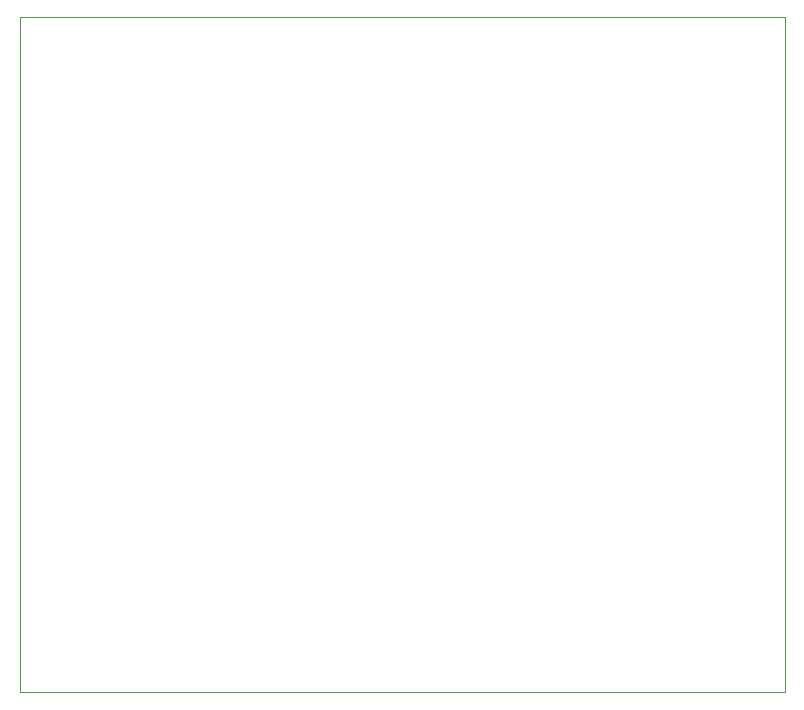
<source format=gm1>
G04 #@! TF.GenerationSoftware,KiCad,Pcbnew,(6.0.2)*
G04 #@! TF.CreationDate,2022-06-07T20:46:00+01:00*
G04 #@! TF.ProjectId,Smart_Door_Sensor,536d6172-745f-4446-9f6f-725f53656e73,rev?*
G04 #@! TF.SameCoordinates,Original*
G04 #@! TF.FileFunction,Profile,NP*
%FSLAX46Y46*%
G04 Gerber Fmt 4.6, Leading zero omitted, Abs format (unit mm)*
G04 Created by KiCad (PCBNEW (6.0.2)) date 2022-06-07 20:46:00*
%MOMM*%
%LPD*%
G01*
G04 APERTURE LIST*
G04 #@! TA.AperFunction,Profile*
%ADD10C,0.100000*%
G04 #@! TD*
G04 APERTURE END LIST*
D10*
X55880000Y-68580000D02*
X120650000Y-68580000D01*
X120650000Y-68580000D02*
X120650000Y-125730000D01*
X120650000Y-125730000D02*
X55880000Y-125730000D01*
X55880000Y-125730000D02*
X55880000Y-68580000D01*
M02*

</source>
